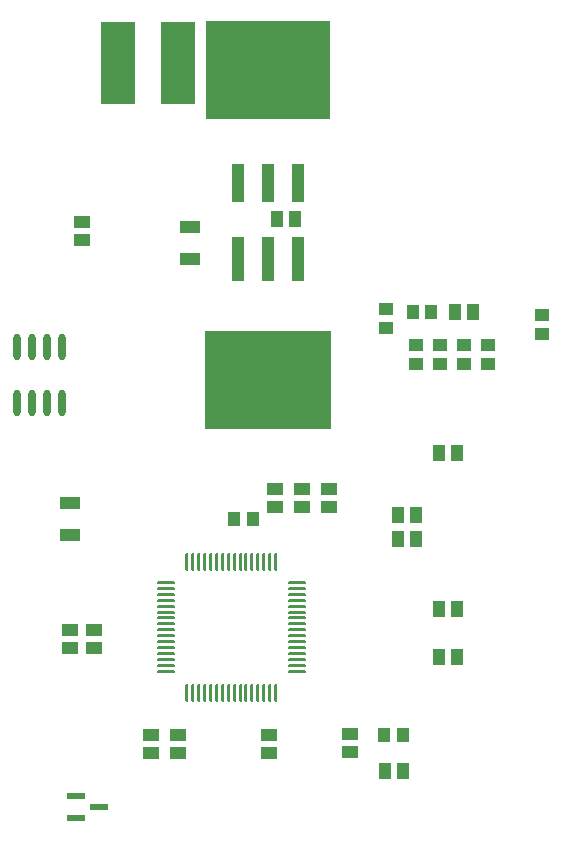
<source format=gtp>
%FSLAX23Y23*%
%MOIN*%
G70*
G01*
G75*
G04 Layer_Color=8421504*
%ADD10R,0.118X0.276*%
%ADD11R,0.067X0.043*%
%ADD12R,0.039X0.051*%
%ADD13R,0.055X0.043*%
%ADD14O,0.061X0.010*%
%ADD15O,0.010X0.061*%
%ADD16R,0.043X0.055*%
%ADD17R,0.051X0.039*%
%ADD18R,0.413X0.331*%
%ADD19R,0.041X0.130*%
%ADD20R,0.041X0.150*%
%ADD21R,0.421X0.331*%
%ADD22R,0.059X0.024*%
%ADD23O,0.024X0.087*%
%ADD24C,0.020*%
%ADD25C,0.010*%
%ADD26C,0.012*%
%ADD27R,0.059X0.059*%
%ADD28C,0.059*%
%ADD29C,0.150*%
%ADD30R,0.150X0.150*%
%ADD31R,0.059X0.059*%
%ADD32C,0.051*%
%ADD33C,0.073*%
%ADD34R,0.073X0.073*%
%ADD35C,0.059*%
%ADD36O,0.079X0.157*%
%ADD37O,0.157X0.079*%
%ADD38O,0.177X0.079*%
%ADD39C,0.064*%
%ADD40C,0.130*%
%ADD41C,0.088*%
%ADD42C,0.060*%
%ADD43C,0.071*%
%ADD44R,0.071X0.071*%
%ADD45C,0.067*%
%ADD46R,0.067X0.067*%
%ADD47C,0.050*%
%ADD48C,0.008*%
%ADD49C,0.010*%
%ADD50C,0.024*%
%ADD51C,0.006*%
D10*
X2683Y3680D02*
D03*
X2880D02*
D03*
D11*
X2920Y3133D02*
D03*
Y3027D02*
D03*
X2520Y2107D02*
D03*
Y2213D02*
D03*
D12*
X3726Y2850D02*
D03*
X3664D02*
D03*
X3631Y1440D02*
D03*
X3569D02*
D03*
X3069Y2160D02*
D03*
X3131D02*
D03*
D13*
X3295Y2200D02*
D03*
Y2260D02*
D03*
X3385Y2200D02*
D03*
Y2260D02*
D03*
X3455Y1385D02*
D03*
Y1445D02*
D03*
X3185Y1380D02*
D03*
Y1440D02*
D03*
X2560Y3150D02*
D03*
Y3090D02*
D03*
X2880Y1440D02*
D03*
Y1380D02*
D03*
X2790Y1440D02*
D03*
Y1380D02*
D03*
X2520Y1790D02*
D03*
Y1730D02*
D03*
X2600D02*
D03*
Y1790D02*
D03*
X3205Y2200D02*
D03*
Y2260D02*
D03*
D14*
X2842Y1948D02*
D03*
Y1928D02*
D03*
Y1908D02*
D03*
Y1889D02*
D03*
Y1869D02*
D03*
Y1849D02*
D03*
Y1830D02*
D03*
Y1810D02*
D03*
Y1790D02*
D03*
Y1770D02*
D03*
Y1751D02*
D03*
Y1731D02*
D03*
Y1711D02*
D03*
Y1692D02*
D03*
Y1672D02*
D03*
Y1652D02*
D03*
X3278D02*
D03*
Y1672D02*
D03*
Y1692D02*
D03*
Y1711D02*
D03*
Y1731D02*
D03*
Y1751D02*
D03*
Y1770D02*
D03*
Y1790D02*
D03*
Y1810D02*
D03*
Y1830D02*
D03*
Y1849D02*
D03*
Y1869D02*
D03*
Y1889D02*
D03*
Y1908D02*
D03*
Y1928D02*
D03*
Y1948D02*
D03*
D15*
X2912Y1582D02*
D03*
X2932D02*
D03*
X2952D02*
D03*
X2971D02*
D03*
X2991D02*
D03*
X3011D02*
D03*
X3030D02*
D03*
X3050D02*
D03*
X3070D02*
D03*
X3090D02*
D03*
X3109D02*
D03*
X3129D02*
D03*
X3149D02*
D03*
X3168D02*
D03*
X3188D02*
D03*
X3208D02*
D03*
Y2018D02*
D03*
X3188D02*
D03*
X3168D02*
D03*
X3149D02*
D03*
X3129D02*
D03*
X3109D02*
D03*
X3090D02*
D03*
X3070D02*
D03*
X3050D02*
D03*
X3030D02*
D03*
X3011D02*
D03*
X2991D02*
D03*
X2971D02*
D03*
X2952D02*
D03*
X2932D02*
D03*
X2912D02*
D03*
D16*
X3570Y1320D02*
D03*
X3630D02*
D03*
X3210Y3160D02*
D03*
X3270D02*
D03*
X3675Y2095D02*
D03*
X3615D02*
D03*
X3750Y1860D02*
D03*
X3810D02*
D03*
Y1700D02*
D03*
X3750D02*
D03*
X3675Y2175D02*
D03*
X3615D02*
D03*
X3750Y2380D02*
D03*
X3810D02*
D03*
X3805Y2850D02*
D03*
X3865D02*
D03*
D17*
X3675Y2679D02*
D03*
Y2741D02*
D03*
X3755Y2679D02*
D03*
Y2741D02*
D03*
X3835Y2679D02*
D03*
Y2741D02*
D03*
X3915Y2679D02*
D03*
Y2741D02*
D03*
X4095Y2841D02*
D03*
Y2779D02*
D03*
X3575Y2799D02*
D03*
Y2861D02*
D03*
D18*
X3180Y3658D02*
D03*
D19*
X3280Y3282D02*
D03*
X3180D02*
D03*
X3080D02*
D03*
D20*
X3280Y3028D02*
D03*
X3180D02*
D03*
X3080D02*
D03*
D21*
X3180Y2623D02*
D03*
D22*
X2617Y1200D02*
D03*
X2543Y1163D02*
D03*
Y1237D02*
D03*
D23*
X2495Y2734D02*
D03*
X2445D02*
D03*
X2395D02*
D03*
X2345D02*
D03*
X2495Y2546D02*
D03*
X2445D02*
D03*
X2395D02*
D03*
X2345D02*
D03*
M02*

</source>
